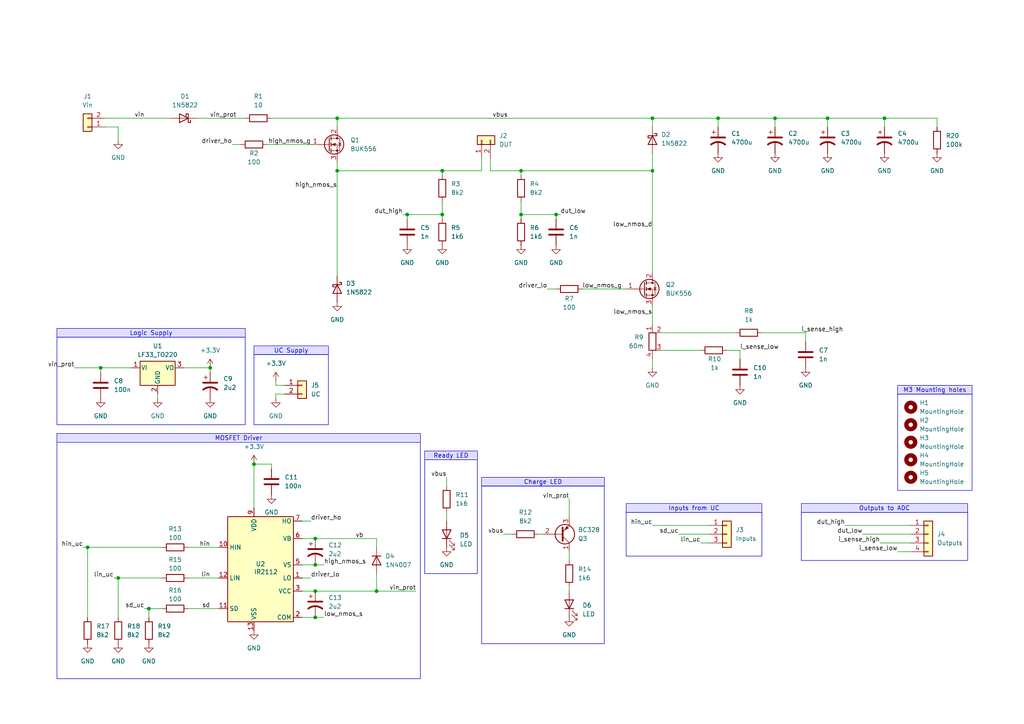
<source format=kicad_sch>
(kicad_sch (version 20250114) (generator "eeschema") (generator_version "9.0")
  (paper "A4")
  (title_block (title "Saturation Meter") (date "2025-12-10") (rev "1.0.0") (comment 2 "For isolation milling"))
  (lib_symbols
    (symbol "Connector_Generic:Conn_01x02" (pin_names (offset 1.016) (hide yes))
      (property "Reference" "J" (at 0 2.54 0))
      (property "Value" "Conn_01x02" (at 0 -5.08 0))
      (symbol "Conn_01x02_1_1"
        (rectangle (start -1.27 1.27) (end 1.27 -3.81) (stroke (width 0.254)) (fill (type background)))
        (rectangle (start -1.27 0.127) (end 0 -0.127) (stroke (width 0.1524)))
        (rectangle (start -1.27 -2.413) (end 0 -2.667) (stroke (width 0.1524)))
        (pin passive line (at -5.08 0 0) (length 3.81) (name "Pin_1") (number "1"))
        (pin passive line (at -5.08 -2.54 0) (length 3.81) (name "Pin_2") (number "2"))
      )
    )
    (symbol "Connector_Generic:Conn_01x03" (pin_names (offset 1.016) (hide yes))
      (property "Reference" "J" (at 0 5.08 0))
      (property "Value" "Conn_01x03" (at 0 -5.08 0))
      (symbol "Conn_01x03_1_1"
        (rectangle (start -1.27 3.81) (end 1.27 -3.81) (stroke (width 0.254)) (fill (type background)))
        (rectangle (start -1.27 2.667) (end 0 2.413) (stroke (width 0.1524)))
        (rectangle (start -1.27 0.127) (end 0 -0.127) (stroke (width 0.1524)))
        (rectangle (start -1.27 -2.413) (end 0 -2.667) (stroke (width 0.1524)))
        (pin passive line (at -5.08 2.54 0) (length 3.81) (name "Pin_1") (number "1"))
        (pin passive line (at -5.08 0 0) (length 3.81) (name "Pin_2") (number "2"))
        (pin passive line (at -5.08 -2.54 0) (length 3.81) (name "Pin_3") (number "3"))
      )
    )
    (symbol "Connector_Generic:Conn_01x04" (pin_names (offset 1.016) (hide yes))
      (property "Reference" "J" (at 0 5.08 0))
      (property "Value" "Conn_01x04" (at 0 -7.62 0))
      (symbol "Conn_01x04_1_1"
        (rectangle (start -1.27 3.81) (end 1.27 -6.35) (stroke (width 0.254)) (fill (type background)))
        (rectangle (start -1.27 2.667) (end 0 2.413) (stroke (width 0.1524)))
        (rectangle (start -1.27 0.127) (end 0 -0.127) (stroke (width 0.1524)))
        (rectangle (start -1.27 -2.413) (end 0 -2.667) (stroke (width 0.1524)))
        (rectangle (start -1.27 -4.953) (end 0 -5.207) (stroke (width 0.1524)))
        (pin passive line (at -5.08 2.54 0) (length 3.81) (name "Pin_1") (number "1"))
        (pin passive line (at -5.08 0 0) (length 3.81) (name "Pin_2") (number "2"))
        (pin passive line (at -5.08 -2.54 0) (length 3.81) (name "Pin_3") (number "3"))
        (pin passive line (at -5.08 -5.08 0) (length 3.81) (name "Pin_4") (number "4"))
      )
    )
    (symbol "Device:C" (pin_numbers (hide yes)) (pin_names (offset 0.254))
      (property "Reference" "C" (at 0.635 2.54 0))
      (property "Value" "C" (at 0.635 -2.54 0))
      (symbol "C_0_1"
        (polyline (pts (xy -2.032 0.762) (xy 2.032 0.762)) (stroke (width 0.508)))
        (polyline (pts (xy -2.032 -0.762) (xy 2.032 -0.762)) (stroke (width 0.508)))
      )
      (symbol "C_1_1"
        (pin passive line (at 0 3.81 270) (length 2.794) (name "~") (number "1"))
        (pin passive line (at 0 -3.81 90) (length 2.794) (name "~") (number "2"))
      )
    )
    (symbol "Device:C_Polarized_US" (pin_numbers (hide yes)) (pin_names (offset 0.254) (hide yes))
      (property "Reference" "C" (at 0.635 2.54 0))
      (property "Value" "C_Polarized_US" (at 0.635 -2.54 0))
      (symbol "C_Polarized_US_0_1"
        (polyline (pts (xy -2.032 0.762) (xy 2.032 0.762)) (stroke (width 0.508)))
        (polyline (pts (xy -1.778 2.286) (xy -0.762 2.286)))
        (polyline (pts (xy -1.27 1.778) (xy -1.27 2.794)))
        (arc (start -2.032 -1.27) (mid 0 -0.5572) (end 2.032 -1.27) (stroke (width 0.508)))
      )
      (symbol "C_Polarized_US_1_1"
        (pin passive line (at 0 3.81 270) (length 2.794) (name "~") (number "1"))
        (pin passive line (at 0 -3.81 90) (length 3.302) (name "~") (number "2"))
      )
    )
    (symbol "Device:LED" (pin_numbers (hide yes)) (pin_names (offset 1.016) (hide yes))
      (property "Reference" "D" (at 0 2.54 0))
      (property "Value" "LED" (at 0 -2.54 0))
      (symbol "LED_0_1"
        (polyline (pts (xy -3.048 -0.762) (xy -4.572 -2.286) (xy -3.81 -2.286) (xy -4.572 -2.286) (xy -4.572 -1.524)))
        (polyline (pts (xy -1.778 -0.762) (xy -3.302 -2.286) (xy -2.54 -2.286) (xy -3.302 -2.286) (xy -3.302 -1.524)))
        (polyline (pts (xy -1.27 0) (xy 1.27 0)))
        (polyline (pts (xy -1.27 -1.27) (xy -1.27 1.27)) (stroke (width 0.254)))
        (polyline (pts (xy 1.27 -1.27) (xy 1.27 1.27) (xy -1.27 0) (xy 1.27 -1.27)) (stroke (width 0.254)))
      )
      (symbol "LED_1_1"
        (pin passive line (at -3.81 0 0) (length 2.54) (name "K") (number "1"))
        (pin passive line (at 3.81 0 180) (length 2.54) (name "A") (number "2"))
      )
    )
    (symbol "Device:R" (pin_numbers (hide yes)) (pin_names (offset 0))
      (property "Reference" "R" (at 2.032 0 90))
      (property "Value" "R" (at 0 0 90))
      (symbol "R_0_1"
        (rectangle (start -1.016 -2.54) (end 1.016 2.54) (stroke (width 0.254)))
      )
      (symbol "R_1_1"
        (pin passive line (at 0 3.81 270) (length 1.27) (name "~") (number "1"))
        (pin passive line (at 0 -3.81 90) (length 1.27) (name "~") (number "2"))
      )
    )
    (symbol "Device:R_Shunt" (pin_names (offset 0) (hide yes))
      (property "Reference" "R" (at -2.032 0 90))
      (property "Value" "R_Shunt" (at 0 0 90))
      (symbol "R_Shunt_0_1"
        (rectangle (start -1.016 -2.54) (end 1.016 2.54) (stroke (width 0.254)))
        (polyline (pts (xy 0 -2.54) (xy 1.27 -2.54)))
        (polyline (pts (xy 1.27 2.54) (xy 0 2.54)))
      )
      (symbol "R_Shunt_1_1"
        (pin passive line (at 0 5.08 270) (length 2.54) (name "~") (number "1"))
        (pin passive line (at 0 -5.08 90) (length 2.54) (name "~") (number "4"))
        (pin passive line (at 2.54 2.54 180) (length 1.27) (name "~") (number "2"))
        (pin passive line (at 2.54 -2.54 180) (length 1.27) (name "~") (number "3"))
      )
    )
    (symbol "Diode:1N4007" (pin_numbers (hide yes)) (pin_names (hide yes))
      (property "Reference" "D" (at 0 2.54 0))
      (property "Value" "1N4007" (at 0 -2.54 0))
      (symbol "1N4007_0_1"
        (polyline (pts (xy -1.27 1.27) (xy -1.27 -1.27)) (stroke (width 0.254)))
        (polyline (pts (xy 1.27 1.27) (xy 1.27 -1.27) (xy -1.27 0) (xy 1.27 1.27)) (stroke (width 0.254)))
        (polyline (pts (xy 1.27 0) (xy -1.27 0)))
      )
      (symbol "1N4007_1_1"
        (pin passive line (at -3.81 0 0) (length 2.54) (name "K") (number "1"))
        (pin passive line (at 3.81 0 180) (length 2.54) (name "A") (number "2"))
      )
    )
    (symbol "Diode:1N5822" (pin_numbers (hide yes)) (pin_names (offset 1.016) (hide yes))
      (property "Reference" "D" (at 0 2.54 0))
      (property "Value" "1N5822" (at 0 -2.54 0))
      (symbol "1N5822_0_1"
        (polyline (pts (xy -1.905 0.635) (xy -1.905 1.27) (xy -1.27 1.27) (xy -1.27 -1.27) (xy -0.635 -1.27) (xy -0.635 -0.635)) (stroke (width 0.254)))
        (polyline (pts (xy 1.27 1.27) (xy 1.27 -1.27) (xy -1.27 0) (xy 1.27 1.27)) (stroke (width 0.254)))
        (polyline (pts (xy 1.27 0) (xy -1.27 0)))
      )
      (symbol "1N5822_1_1"
        (pin passive line (at -3.81 0 0) (length 2.54) (name "K") (number "1"))
        (pin passive line (at 3.81 0 180) (length 2.54) (name "A") (number "2"))
      )
    )
    (symbol "Driver_FET:IR2112"
      (property "Reference" "U2" (at -5.842 1.524 0))
      (property "Value" "IR2112" (at -6.35 -0.762 0))
      (symbol "IR2112_0_1"
        (rectangle (start -13.97 15.24) (end 5.08 -15.24) (stroke (width 0.254)) (fill (type background)))
      )
      (symbol "IR2112_1_1"
        (pin input line (at -16.51 6.35 0) (length 2.54) (name "HIN") (number "10"))
        (pin input line (at -16.51 -2.54 0) (length 2.54) (name "LIN") (number "12"))
        (pin input line (at -16.51 -11.43 0) (length 2.54) (name "SD") (number "11"))
        (pin power_in line (at -6.35 17.78 270) (length 2.54) (name "VDD") (number "9"))
        (pin power_in line (at -6.35 -17.78 90) (length 2.54) (name "VSS") (number "13"))
        (pin no_connect line (at -5.08 7.62 0) (length 2.54) (hide yes) (name "NC") (number "4"))
        (pin no_connect line (at -5.08 5.08 0) (length 2.54) (hide yes) (name "NC") (number "8"))
        (pin no_connect line (at -5.08 2.54 0) (length 2.54) (hide yes) (name "NC") (number "14"))
        (pin output line (at 7.62 13.97 180) (length 2.54) (name "HO") (number "7"))
        (pin passive line (at 7.62 8.89 180) (length 2.54) (name "VB") (number "6"))
        (pin passive line (at 7.62 1.27 180) (length 2.54) (name "VS") (number "5"))
        (pin output line (at 7.62 -2.54 180) (length 2.54) (name "LO") (number "1"))
        (pin power_in line (at 7.62 -6.35 180) (length 2.54) (name "VCC") (number "3"))
        (pin power_in line (at 7.62 -13.97 180) (length 2.54) (name "COM") (number "2"))
      )
    )
    (symbol "Mechanical:MountingHole" (pin_names (offset 1.016)) (in_bom no)
      (property "Reference" "H" (at 0 5.08 0))
      (property "Value" "MountingHole" (at 0 3.175 0))
      (symbol "MountingHole_0_1"
        (circle (center 0 0) (radius 1.27) (stroke (width 1.27)))
      )
    )
    (symbol "Regulator_Linear:LF33_TO220" (pin_names (offset 0.254))
      (property "Reference" "U" (at -3.81 3.175 0))
      (property "Value" "LF33_TO220" (at 0 3.175 0))
      (symbol "LF33_TO220_0_1"
        (rectangle (start -5.08 1.905) (end 5.08 -5.08) (stroke (width 0.254)) (fill (type background)))
      )
      (symbol "LF33_TO220_1_1"
        (pin power_in line (at -7.62 0 0) (length 2.54) (name "VI") (number "1"))
        (pin power_in line (at 0 -7.62 90) (length 2.54) (name "GND") (number "2"))
        (pin power_out line (at 7.62 0 180) (length 2.54) (name "VO") (number "3"))
      )
    )
    (symbol "Transistor_BJT:BC328" (pin_names (offset 0) (hide yes))
      (property "Reference" "Q" (at 5.08 1.905 0))
      (property "Value" "BC328" (at 5.08 0 0))
      (symbol "BC328_0_1"
        (polyline (pts (xy -2.54 0) (xy 0.635 0)))
        (polyline (pts (xy 0.635 1.905) (xy 0.635 -1.905)) (stroke (width 0.508)))
        (polyline (pts (xy 0.635 0.635) (xy 2.54 2.54)))
        (polyline (pts (xy 0.635 -0.635) (xy 2.54 -2.54)))
        (circle (center 1.27 0) (radius 2.8194) (stroke (width 0.254)))
        (polyline (pts (xy 2.286 -1.778) (xy 1.778 -2.286) (xy 1.27 -1.27) (xy 2.286 -1.778)) (fill (type outline)))
      )
      (symbol "BC328_1_1"
        (pin input line (at -5.08 0 0) (length 2.54) (name "B") (number "2"))
        (pin passive line (at 2.54 5.08 270) (length 2.54) (name "C") (number "1"))
        (pin passive line (at 2.54 -5.08 90) (length 2.54) (name "E") (number "3"))
      )
    )
    (symbol "Transistor_FET:Q_NMOS_GDS" (pin_names (offset 0) (hide yes))
      (property "Reference" "Q" (at 5.08 1.905 0))
      (property "Value" "Q_NMOS_GDS" (at 5.08 0 0))
      (symbol "Q_NMOS_GDS_0_1"
        (polyline (pts (xy 0.254 1.905) (xy 0.254 -1.905)) (stroke (width 0.254)))
        (polyline (pts (xy 0.254 0) (xy -2.54 0)))
        (polyline (pts (xy 0.762 2.286) (xy 0.762 1.27)) (stroke (width 0.254)))
        (polyline (pts (xy 0.762 0.508) (xy 0.762 -0.508)) (stroke (width 0.254)))
        (polyline (pts (xy 0.762 -1.27) (xy 0.762 -2.286)) (stroke (width 0.254)))
        (polyline (pts (xy 0.762 -1.778) (xy 3.302 -1.778) (xy 3.302 1.778) (xy 0.762 1.778)))
        (polyline (pts (xy 1.016 0) (xy 2.032 0.381) (xy 2.032 -0.381) (xy 1.016 0)) (fill (type outline)))
        (circle (center 1.651 0) (radius 2.794) (stroke (width 0.254)))
        (polyline (pts (xy 2.54 2.54) (xy 2.54 1.778)))
        (circle (center 2.54 1.778) (radius 0.254) (fill (type outline)))
        (circle (center 2.54 -1.778) (radius 0.254) (fill (type outline)))
        (polyline (pts (xy 2.54 -2.54) (xy 2.54 0) (xy 0.762 0)))
        (polyline (pts (xy 2.921 0.381) (xy 3.683 0.381)))
        (polyline (pts (xy 3.302 0.381) (xy 2.921 -0.254) (xy 3.683 -0.254) (xy 3.302 0.381)))
      )
      (symbol "Q_NMOS_GDS_1_1"
        (pin input line (at -5.08 0 0) (length 2.54) (name "G") (number "1"))
        (pin passive line (at 2.54 5.08 270) (length 2.54) (name "D") (number "2"))
        (pin passive line (at 2.54 -5.08 90) (length 2.54) (name "S") (number "3"))
      )
    )
    (symbol "power:+3.3V" (power) (pin_numbers (hide yes)) (pin_names (offset 0) (hide yes))
      (property "Value" "+3.3V" (at 0 3.556 0))
      (symbol "+3.3V_0_1"
        (polyline (pts (xy -0.762 1.27) (xy 0 2.54)))
        (polyline (pts (xy 0 2.54) (xy 0.762 1.27)))
        (polyline (pts (xy 0 0) (xy 0 2.54)))
      )
      (symbol "+3.3V_1_1"
        (pin power_in line (at 0 0 90) (length 0) (name "~") (number "1"))
      )
    )
    (symbol "power:GND" (power) (pin_numbers (hide yes)) (pin_names (offset 0) (hide yes))
      (property "Value" "GND" (at 0 -3.81 0))
      (symbol "GND_0_1"
        (polyline (pts (xy 0 0) (xy 0 -1.27) (xy 1.27 -1.27) (xy 0 -2.54) (xy -1.27 -1.27) (xy 0 -1.27)))
      )
      (symbol "GND_1_1"
        (pin power_in line (at 0 0 270) (length 0) (name "~") (number "1"))
      )
    )
  )
  (rectangle (start 123.19 133.35) (end 138.43 166.37))
  (rectangle (start 16.51 97.79) (end 71.12 123.19))
  (rectangle (start 73.66 102.87) (end 95.25 123.19))
  (rectangle (start 139.7 140.97) (end 175.26 186.69))
  (rectangle (start 260.35 114.3) (end 281.94 142.24))
  (rectangle (start 232.41 148.59) (end 280.67 162.56))
  (rectangle (start 181.61 148.59) (end 220.98 161.29))
  (rectangle (start 16.51 128.27) (end 121.92 196.85))
  (text_box "Ready LED" (at 123.19 130.81 0) (size 15.24 2.54) (margins 0.9525 0.9525 0.9525 0.9525) (fill (type color) (color 225 222 255 1)) (effects (font (size 1.27 1.27))))
  (text_box "UC Supply" (at 73.66 100.33 0) (size 21.59 2.54) (margins 0.9525 0.9525 0.9525 0.9525) (fill (type color) (color 225 222 255 1)) (effects (font (size 1.27 1.27))))
  (text_box "M3 Mounting holes" (at 260.35 111.76 0) (size 21.59 2.54) (margins 0.9525 0.9525 0.9525 0.9525) (fill (type color) (color 225 222 255 1)) (effects (font (size 1.27 1.27))))
  (text_box "Charge LED" (at 139.7 138.43 0) (size 35.56 2.54) (margins 0.9525 0.9525 0.9525 0.9525) (fill (type color) (color 225 222 255 1)) (effects (font (size 1.27 1.27))))
  (text_box "Logic Supply" (at 16.51 95.25 0) (size 54.61 2.54) (margins 0.9525 0.9525 0.9525 0.9525) (fill (type color) (color 225 222 255 1)) (effects (font (size 1.27 1.27))))
  (text_box "Inputs from UC" (at 181.61 146.05 0) (size 39.37 2.54) (margins 0.9525 0.9525 0.9525 0.9525) (fill (type color) (color 225 222 255 1)) (effects (font (size 1.27 1.27))))
  (text_box "Outputs to ADC" (at 232.41 146.05 0) (size 48.26 2.54) (margins 0.9525 0.9525 0.9525 0.9525) (fill (type color) (color 225 222 255 1)) (effects (font (size 1.27 1.27))))
  (text_box "MOSFET Driver" (at 16.51 125.73 0) (size 105.41 2.54) (margins 0.9525 0.9525 0.9525 0.9525) (fill (type color) (color 225 222 255 1)) (effects (font (size 1.27 1.27))))
  (junction (at 128.27 49.53))
  (junction (at 29.21 106.68))
  (junction (at 128.27 62.23))
  (junction (at 161.29 62.23))
  (junction (at 189.23 49.53))
  (junction (at 91.44 156.21))
  (junction (at 240.03 34.29))
  (junction (at 91.44 163.83))
  (junction (at 97.79 49.53))
  (junction (at 256.54 34.29))
  (junction (at 60.96 106.68))
  (junction (at 25.4 158.75))
  (junction (at 151.13 49.53))
  (junction (at 151.13 62.23))
  (junction (at 91.44 171.45))
  (junction (at 73.66 134.62))
  (junction (at 43.18 176.53))
  (junction (at 118.11 62.23))
  (junction (at 91.44 179.07))
  (junction (at 97.79 34.29))
  (junction (at 34.29 167.64))
  (junction (at 208.28 34.29))
  (junction (at 109.22 171.45))
  (junction (at 189.23 34.29))
  (junction (at 224.79 34.29))
  (wire (pts (xy 80.01 114.3) (xy 82.55 114.3)))
  (wire (pts (xy 151.13 62.23) (xy 161.29 62.23)))
  (wire (pts (xy 250.19 154.94) (xy 264.16 154.94)))
  (wire (pts (xy 165.1 144.78) (xy 165.1 149.86)))
  (wire (pts (xy 208.28 34.29) (xy 189.23 34.29)))
  (wire (pts (xy 128.27 49.53) (xy 128.27 50.8)))
  (wire (pts (xy 73.66 134.62) (xy 73.66 147.32)))
  (wire (pts (xy 118.11 63.5) (xy 118.11 62.23)))
  (wire (pts (xy 191.77 101.6) (xy 203.2 101.6)))
  (wire (pts (xy 87.63 151.13) (xy 90.17 151.13)))
  (wire (pts (xy 97.79 46.99) (xy 97.79 49.53)))
  (wire (pts (xy 165.1 160.02) (xy 165.1 162.56)))
  (wire (pts (xy 78.74 134.62) (xy 73.66 134.62)))
  (wire (pts (xy 139.7 45.72) (xy 139.7 49.53)))
  (wire (pts (xy 203.2 157.48) (xy 205.74 157.48)))
  (wire (pts (xy 109.22 171.45) (xy 120.65 171.45)))
  (wire (pts (xy 189.23 44.45) (xy 189.23 49.53)))
  (wire (pts (xy 240.03 36.83) (xy 240.03 34.29)))
  (wire (pts (xy 208.28 36.83) (xy 208.28 34.29)))
  (wire (pts (xy 97.79 34.29) (xy 189.23 34.29)))
  (wire (pts (xy 87.63 179.07) (xy 91.44 179.07)))
  (wire (pts (xy 43.18 176.53) (xy 46.99 176.53)))
  (wire (pts (xy 80.01 111.76) (xy 82.55 111.76)))
  (wire (pts (xy 245.11 152.4) (xy 264.16 152.4)))
  (wire (pts (xy 53.34 106.68) (xy 60.96 106.68)))
  (wire (pts (xy 80.01 115.57) (xy 80.01 114.3)))
  (wire (pts (xy 128.27 49.53) (xy 139.7 49.53)))
  (wire (pts (xy 87.63 167.64) (xy 90.17 167.64)))
  (wire (pts (xy 77.47 41.91) (xy 90.17 41.91)))
  (wire (pts (xy 116.84 62.23) (xy 118.11 62.23)))
  (wire (pts (xy 189.23 104.14) (xy 189.23 106.68)))
  (wire (pts (xy 214.63 101.6) (xy 210.82 101.6)))
  (wire (pts (xy 87.63 163.83) (xy 91.44 163.83)))
  (wire (pts (xy 189.23 49.53) (xy 189.23 78.74)))
  (wire (pts (xy 189.23 152.4) (xy 205.74 152.4)))
  (wire (pts (xy 80.01 110.49) (xy 80.01 111.76)))
  (wire (pts (xy 67.31 41.91) (xy 69.85 41.91)))
  (wire (pts (xy 151.13 58.42) (xy 151.13 62.23)))
  (wire (pts (xy 129.54 148.59) (xy 129.54 151.13)))
  (wire (pts (xy 151.13 49.53) (xy 189.23 49.53)))
  (wire (pts (xy 24.13 158.75) (xy 25.4 158.75)))
  (wire (pts (xy 196.85 154.94) (xy 205.74 154.94)))
  (wire (pts (xy 271.78 34.29) (xy 256.54 34.29)))
  (wire (pts (xy 87.63 156.21) (xy 91.44 156.21)))
  (wire (pts (xy 41.91 176.53) (xy 43.18 176.53)))
  (wire (pts (xy 151.13 49.53) (xy 151.13 50.8)))
  (wire (pts (xy 54.61 176.53) (xy 63.5 176.53)))
  (wire (pts (xy 161.29 62.23) (xy 162.56 62.23)))
  (wire (pts (xy 255.27 157.48) (xy 264.16 157.48)))
  (wire (pts (xy 54.61 158.75) (xy 63.5 158.75)))
  (wire (pts (xy 33.02 167.64) (xy 34.29 167.64)))
  (wire (pts (xy 189.23 34.29) (xy 189.23 36.83)))
  (wire (pts (xy 38.1 106.68) (xy 29.21 106.68)))
  (wire (pts (xy 151.13 62.23) (xy 151.13 63.5)))
  (wire (pts (xy 165.1 170.18) (xy 165.1 171.45)))
  (wire (pts (xy 260.35 160.02) (xy 264.16 160.02)))
  (wire (pts (xy 25.4 158.75) (xy 46.99 158.75)))
  (wire (pts (xy 208.28 34.29) (xy 224.79 34.29)))
  (wire (pts (xy 161.29 63.5) (xy 161.29 62.23)))
  (wire (pts (xy 142.24 45.72) (xy 142.24 49.53)))
  (wire (pts (xy 109.22 166.37) (xy 109.22 171.45)))
  (wire (pts (xy 43.18 176.53) (xy 43.18 179.07)))
  (wire (pts (xy 142.24 49.53) (xy 151.13 49.53)))
  (wire (pts (xy 118.11 62.23) (xy 128.27 62.23)))
  (wire (pts (xy 214.63 104.14) (xy 214.63 101.6)))
  (wire (pts (xy 191.77 96.52) (xy 213.36 96.52)))
  (wire (pts (xy 128.27 58.42) (xy 128.27 62.23)))
  (wire (pts (xy 146.05 154.94) (xy 148.59 154.94)))
  (wire (pts (xy 156.21 154.94) (xy 157.48 154.94)))
  (wire (pts (xy 271.78 36.83) (xy 271.78 34.29)))
  (wire (pts (xy 158.75 83.82) (xy 161.29 83.82)))
  (wire (pts (xy 45.72 114.3) (xy 45.72 115.57)))
  (wire (pts (xy 256.54 34.29) (xy 240.03 34.29)))
  (wire (pts (xy 240.03 34.29) (xy 224.79 34.29)))
  (wire (pts (xy 54.61 167.64) (xy 63.5 167.64)))
  (wire (pts (xy 78.74 135.89) (xy 78.74 134.62)))
  (wire (pts (xy 220.98 96.52) (xy 233.68 96.52)))
  (wire (pts (xy 224.79 36.83) (xy 224.79 34.29)))
  (wire (pts (xy 256.54 36.83) (xy 256.54 34.29)))
  (wire (pts (xy 87.63 171.45) (xy 91.44 171.45)))
  (wire (pts (xy 78.74 34.29) (xy 97.79 34.29)))
  (wire (pts (xy 30.48 34.29) (xy 49.53 34.29)))
  (wire (pts (xy 21.59 106.68) (xy 29.21 106.68)))
  (wire (pts (xy 189.23 88.9) (xy 189.23 93.98)))
  (wire (pts (xy 97.79 49.53) (xy 97.79 80.01)))
  (wire (pts (xy 109.22 158.75) (xy 109.22 156.21)))
  (wire (pts (xy 97.79 36.83) (xy 97.79 34.29)))
  (wire (pts (xy 168.91 83.82) (xy 181.61 83.82)))
  (wire (pts (xy 91.44 179.07) (xy 93.98 179.07)))
  (wire (pts (xy 97.79 49.53) (xy 128.27 49.53)))
  (wire (pts (xy 233.68 96.52) (xy 233.68 99.06)))
  (wire (pts (xy 129.54 138.43) (xy 129.54 140.97)))
  (wire (pts (xy 29.21 106.68) (xy 29.21 107.95)))
  (wire (pts (xy 34.29 167.64) (xy 34.29 179.07)))
  (wire (pts (xy 34.29 167.64) (xy 46.99 167.64)))
  (wire (pts (xy 91.44 156.21) (xy 109.22 156.21)))
  (wire (pts (xy 57.15 34.29) (xy 71.12 34.29)))
  (wire (pts (xy 91.44 171.45) (xy 109.22 171.45)))
  (wire (pts (xy 25.4 158.75) (xy 25.4 179.07)))
  (wire (pts (xy 30.48 36.83) (xy 34.29 36.83)))
  (wire (pts (xy 128.27 62.23) (xy 128.27 63.5)))
  (wire (pts (xy 34.29 36.83) (xy 34.29 40.64)))
  (wire (pts (xy 91.44 163.83) (xy 93.98 163.83)))
  (wire (pts (xy 60.96 107.95) (xy 60.96 106.68)))
  (label "hin" (at 60.96 158.75 180))
  (label "driver_ho" (at 67.31 41.91 180))
  (label "vbus" (at 129.54 138.43 180))
  (label "low_nmos_s" (at 93.98 179.07 0))
  (label "vin_prot" (at 68.58 34.29 180))
  (label "i_sense_high" (at 232.41 96.52 0))
  (label "sd_uc" (at 196.85 154.94 180))
  (label "i_sense_low" (at 214.63 101.6 0))
  (label "high_nmos_g" (at 90.17 41.91 180))
  (label "lin" (at 60.96 167.64 180))
  (label "driver_lo" (at 90.17 167.64 0))
  (label "dut_high" (at 116.84 62.23 180))
  (label "dut_low" (at 250.19 154.94 180))
  (label "lin_uc" (at 33.02 167.64 180))
  (label "high_nmos_s" (at 93.98 163.83 0))
  (label "driver_ho" (at 90.17 151.13 0))
  (label "sd" (at 60.96 176.53 180))
  (label "vin_prot" (at 21.59 106.68 180))
  (label "vin_prot" (at 165.1 144.78 180))
  (label "low_nmos_d" (at 189.23 66.04 180))
  (label "dut_high" (at 245.11 152.4 180))
  (label "vin" (at 41.91 34.29 180))
  (label "vin_prot" (at 120.65 171.45 180))
  (label "vbus" (at 147.32 34.29 180))
  (label "i_sense_high" (at 255.27 157.48 180))
  (label "high_nmos_s" (at 97.79 54.61 180))
  (label "hin_uc" (at 189.23 152.4 180))
  (label "hin_uc" (at 24.13 158.75 180))
  (label "driver_lo" (at 158.75 83.82 180))
  (label "dut_low" (at 162.56 62.23 0))
  (label "vb" (at 105.41 156.21 180))
  (label "lin_uc" (at 203.2 157.48 180))
  (label "low_nmos_s" (at 189.23 91.44 180))
  (label "vbus" (at 146.05 154.94 180))
  (label "sd_uc" (at 41.91 176.53 180))
  (label "low_nmos_g" (at 168.91 83.82 0))
  (label "i_sense_low" (at 260.35 160.02 180))
  (symbol (lib_id "power:+3.3V") (at 80.01 110.49 0) (unit 1)
    (property "Reference" "#PWR026" (effects (hide yes)))
    (property "Value" "+3.3V" (at 80.01 105.41 0))
    (property "Description" "Power symbol creates a global label with name \"+3.3V\"" (effects (hide yes)))
  )
  (symbol (lib_id "Regulator_Linear:LF33_TO220") (at 45.72 106.68 0) (unit 1)
    (property "Reference" "U1" (at 45.72 100.33 0))
    (property "Value" "LF33_TO220" (at 45.72 102.87 0))
    (property "Footprint" "Package_TO_SOT_THT:TO-220-3_Vertical" (effects (hide yes)))
    (property "Datasheet" "http://www.st.com/content/ccc/resource/technical/document/datasheet/c4/0e/7e/2a/be/bc/4c/bd/CD00000546.pdf/files/CD00000546.pdf/jcr:content/translations/en.CD00000546.pdf" (effects (hide yes)))
    (property "Description" "Low-drop Voltage Regulator, Io up to 500mA, Fixed Vo 3.3V, TO-220" (effects (hide yes)))
  )
  (symbol (lib_id "power:GND") (at 271.78 44.45 0) (unit 1)
    (property "Reference" "#PWR028" (effects (hide yes)))
    (property "Value" "GND" (at 271.78 49.53 0))
    (property "Description" "Power symbol creates a global label with name \"GND\" , ground" (effects (hide yes)))
  )
  (symbol (lib_id "power:GND") (at 256.54 44.45 0) (unit 1)
    (property "Reference" "#PWR05" (effects (hide yes)))
    (property "Value" "GND" (at 256.54 49.53 0))
    (property "Description" "Power symbol creates a global label with name \"GND\" , ground" (effects (hide yes)))
  )
  (symbol (lib_id "Device:R") (at 152.4 154.94 270) (unit 1)
    (property "Reference" "R12" (at 152.4 148.59 90))
    (property "Value" "8k2" (at 152.4 151.13 90))
    (property "Footprint" "Resistor_THT:R_Axial_DIN0207_L6.3mm_D2.5mm_P10.16mm_Horizontal" (effects (hide yes)))
    (property "Description" "Resistor" (effects (hide yes)))
  )
  (symbol (lib_id "power:GND") (at 25.4 186.69 0) (unit 1)
    (property "Reference" "#PWR023" (effects (hide yes)))
    (property "Value" "GND" (at 25.4 191.77 0))
    (property "Description" "Power symbol creates a global label with name \"GND\" , ground" (effects (hide yes)))
  )
  (symbol (lib_id "Device:R") (at 73.66 41.91 90) (unit 1)
    (property "Reference" "R2" (at 73.66 44.45 90))
    (property "Value" "100" (at 73.66 46.99 90))
    (property "Footprint" "Resistor_THT:R_Axial_DIN0207_L6.3mm_D2.5mm_P10.16mm_Horizontal" (effects (hide yes)))
    (property "Description" "Resistor" (effects (hide yes)))
  )
  (symbol (lib_id "power:GND") (at 43.18 186.69 0) (unit 1)
    (property "Reference" "#PWR025" (effects (hide yes)))
    (property "Value" "GND" (at 43.18 191.77 0))
    (property "Description" "Power symbol creates a global label with name \"GND\" , ground" (effects (hide yes)))
  )
  (symbol (lib_id "Device:C") (at 118.11 67.31 0) (unit 1)
    (property "Reference" "C5" (at 121.92 66.0399 0) (effects (justify left)))
    (property "Value" "1n" (at 121.92 68.5799 0) (effects (justify left)))
    (property "Footprint" "Capacitor_THT:C_Disc_D6.0mm_W2.5mm_P5.00mm" (effects (hide yes)))
    (property "Description" "Unpolarized capacitor" (effects (hide yes)))
  )
  (symbol (lib_id "power:GND") (at 233.68 106.68 0) (unit 1)
    (property "Reference" "#PWR012" (effects (hide yes)))
    (property "Value" "GND" (at 233.68 111.76 0))
    (property "Description" "Power symbol creates a global label with name \"GND\" , ground" (effects (hide yes)))
  )
  (symbol (lib_id "Device:R") (at 271.78 40.64 180) (unit 1)
    (property "Reference" "R20" (at 274.32 39.3699 0) (effects (justify right)))
    (property "Value" "100k" (at 274.32 41.9099 0) (effects (justify right)))
    (property "Footprint" "Resistor_THT:R_Axial_DIN0207_L6.3mm_D2.5mm_P10.16mm_Horizontal" (effects (hide yes)))
    (property "Description" "Resistor" (effects (hide yes)))
  )
  (symbol (lib_id "Device:R") (at 151.13 67.31 180) (unit 1)
    (property "Reference" "R6" (at 153.67 66.0399 0) (effects (justify right)))
    (property "Value" "1k6" (at 153.67 68.5799 0) (effects (justify right)))
    (property "Footprint" "Resistor_THT:R_Axial_DIN0207_L6.3mm_D2.5mm_P10.16mm_Horizontal" (effects (hide yes)))
    (property "Description" "Resistor" (effects (hide yes)))
  )
  (symbol (lib_id "Device:R") (at 217.17 96.52 270) (unit 1)
    (property "Reference" "R8" (at 217.17 90.17 90))
    (property "Value" "1k" (at 217.17 92.71 90))
    (property "Footprint" "Resistor_THT:R_Axial_DIN0207_L6.3mm_D2.5mm_P10.16mm_Horizontal" (effects (hide yes)))
    (property "Description" "Resistor" (effects (hide yes)))
  )
  (symbol (lib_id "Device:C") (at 29.21 111.76 0) (unit 1)
    (property "Reference" "C8" (at 33.02 110.4899 0) (effects (justify left)))
    (property "Value" "100n" (at 33.02 113.0299 0) (effects (justify left)))
    (property "Footprint" "Capacitor_THT:C_Disc_D6.0mm_W2.5mm_P5.00mm" (effects (hide yes)))
    (property "Description" "Unpolarized capacitor" (effects (hide yes)))
  )
  (symbol (lib_id "power:GND") (at 224.79 44.45 0) (unit 1)
    (property "Reference" "#PWR03" (effects (hide yes)))
    (property "Value" "GND" (at 224.79 49.53 0))
    (property "Description" "Power symbol creates a global label with name \"GND\" , ground" (effects (hide yes)))
  )
  (symbol (lib_id "power:GND") (at 208.28 44.45 0) (unit 1)
    (property "Reference" "#PWR02" (effects (hide yes)))
    (property "Value" "GND" (at 208.28 49.53 0))
    (property "Description" "Power symbol creates a global label with name \"GND\" , ground" (effects (hide yes)))
  )
  (symbol (lib_id "Device:C") (at 214.63 107.95 0) (unit 1)
    (property "Reference" "C10" (at 218.44 106.6799 0) (effects (justify left)))
    (property "Value" "1n" (at 218.44 109.2199 0) (effects (justify left)))
    (property "Footprint" "Capacitor_THT:C_Disc_D6.0mm_W2.5mm_P5.00mm" (effects (hide yes)))
    (property "Description" "Unpolarized capacitor" (effects (hide yes)))
  )
  (symbol (lib_id "Device:R") (at 165.1 166.37 180) (unit 1)
    (property "Reference" "R14" (at 167.64 165.0999 0) (effects (justify right)))
    (property "Value" "1k6" (at 167.64 167.6399 0) (effects (justify right)))
    (property "Footprint" "Resistor_THT:R_Axial_DIN0207_L6.3mm_D2.5mm_P10.16mm_Horizontal" (effects (hide yes)))
    (property "Description" "Resistor" (effects (hide yes)))
  )
  (symbol (lib_id "Device:R") (at 50.8 176.53 90) (unit 1)
    (property "Reference" "R16" (at 50.8 171.196 90))
    (property "Value" "100" (at 50.8 173.736 90))
    (property "Footprint" "Resistor_THT:R_Axial_DIN0207_L6.3mm_D2.5mm_P10.16mm_Horizontal" (effects (hide yes)))
    (property "Description" "Resistor" (effects (hide yes)))
  )
  (symbol (lib_id "power:GND") (at 240.03 44.45 0) (unit 1)
    (property "Reference" "#PWR04" (effects (hide yes)))
    (property "Value" "GND" (at 240.03 49.53 0))
    (property "Description" "Power symbol creates a global label with name \"GND\" , ground" (effects (hide yes)))
  )
  (symbol (lib_id "Diode:1N5822") (at 53.34 34.29 180) (unit 1)
    (property "Reference" "D1" (at 53.6575 27.94 0))
    (property "Value" "1N5822" (at 53.6575 30.48 0))
    (property "Footprint" "Diode_THT:D_DO-201AD_P15.24mm_Horizontal" (effects (hide yes)))
    (property "Datasheet" "http://www.vishay.com/docs/88526/1n5820.pdf" (effects (hide yes)))
    (property "Description" "40V 3A Schottky Barrier Rectifier Diode, DO-201AD" (effects (hide yes)))
  )
  (symbol (lib_id "power:GND") (at 73.66 182.88 0) (unit 1)
    (property "Reference" "#PWR022" (effects (hide yes)))
    (property "Value" "GND" (at 73.66 187.96 0))
    (property "Description" "Power symbol creates a global label with name \"GND\" , ground" (effects (hide yes)))
  )
  (symbol (lib_id "power:+3.3V") (at 60.96 106.68 0) (unit 1)
    (property "Reference" "#PWR011" (effects (hide yes)))
    (property "Value" "+3.3V" (at 60.96 101.6 0))
    (property "Description" "Power symbol creates a global label with name \"+3.3V\"" (effects (hide yes)))
  )
  (symbol (lib_id "Device:R") (at 34.29 182.88 180) (unit 1)
    (property "Reference" "R18" (at 36.83 181.6099 0) (effects (justify right)))
    (property "Value" "8k2" (at 36.83 184.1499 0) (effects (justify right)))
    (property "Footprint" "Resistor_THT:R_Axial_DIN0207_L6.3mm_D2.5mm_P10.16mm_Horizontal" (effects (hide yes)))
    (property "Description" "Resistor" (effects (hide yes)))
  )
  (symbol (lib_id "power:GND") (at 165.1 179.07 0) (unit 1)
    (property "Reference" "#PWR021" (effects (hide yes)))
    (property "Value" "GND" (at 165.1 184.15 0))
    (property "Description" "Power symbol creates a global label with name \"GND\" , ground" (effects (hide yes)))
  )
  (symbol (lib_id "Device:C_Polarized_US") (at 224.79 40.64 0) (unit 1)
    (property "Reference" "C2" (at 228.6 38.7349 0) (effects (justify left)))
    (property "Value" "4700u" (at 228.6 41.2749 0) (effects (justify left)))
    (property "Footprint" "Capacitor_THT:CP_Radial_D30.0mm_P10.00mm_SnapIn" (effects (hide yes)))
    (property "Description" "Polarized capacitor, US symbol" (effects (hide yes)))
  )
  (symbol (lib_id "Transistor_FET:Q_NMOS_GDS") (at 186.69 83.82 0) (unit 1)
    (property "Reference" "Q2" (at 193.04 82.5499 0) (effects (justify left)))
    (property "Value" "BUK556" (at 193.04 85.0899 0) (effects (justify left)))
    (property "Footprint" "Package_TO_SOT_THT:TO-220-3_Vertical" (effects (hide yes)))
    (property "Description" "N-MOSFET transistor, gate/drain/source" (effects (hide yes)))
  )
  (symbol (lib_id "Mechanical:MountingHole") (at 264.16 133.35 0) (unit 1) (in_bom no)
    (property "Reference" "H4" (at 266.7 132.0799 0) (effects (justify left)))
    (property "Value" "MountingHole" (at 266.7 134.6199 0) (effects (justify left)))
    (property "Footprint" "MountingHole:MountingHole_3.2mm_M3_DIN965" (effects (hide yes)))
    (property "Description" "Mounting Hole without connection" (effects (hide yes)))
  )
  (symbol (lib_id "Device:R") (at 128.27 67.31 180) (unit 1)
    (property "Reference" "R5" (at 130.81 66.0399 0) (effects (justify right)))
    (property "Value" "1k6" (at 130.81 68.5799 0) (effects (justify right)))
    (property "Footprint" "Resistor_THT:R_Axial_DIN0207_L6.3mm_D2.5mm_P10.16mm_Horizontal" (effects (hide yes)))
    (property "Description" "Resistor" (effects (hide yes)))
  )
  (symbol (lib_id "power:GND") (at 97.79 87.63 0) (unit 1)
    (property "Reference" "#PWR010" (effects (hide yes)))
    (property "Value" "GND" (at 97.79 92.71 0))
    (property "Description" "Power symbol creates a global label with name \"GND\" , ground" (effects (hide yes)))
  )
  (symbol (lib_id "Device:R") (at 50.8 167.64 90) (unit 1)
    (property "Reference" "R15" (at 50.8 162.306 90))
    (property "Value" "100" (at 50.8 164.846 90))
    (property "Footprint" "Resistor_THT:R_Axial_DIN0207_L6.3mm_D2.5mm_P10.16mm_Horizontal" (effects (hide yes)))
    (property "Description" "Resistor" (effects (hide yes)))
  )
  (symbol (lib_id "Mechanical:MountingHole") (at 264.16 138.43 0) (unit 1) (in_bom no)
    (property "Reference" "H5" (at 266.7 137.1599 0) (effects (justify left)))
    (property "Value" "MountingHole" (at 266.7 139.6999 0) (effects (justify left)))
    (property "Footprint" "MountingHole:MountingHole_3.2mm_M3_DIN965" (effects (hide yes)))
    (property "Description" "Mounting Hole without connection" (effects (hide yes)))
  )
  (symbol (lib_id "Device:R") (at 165.1 83.82 90) (unit 1)
    (property "Reference" "R7" (at 165.1 86.614 90))
    (property "Value" "100" (at 165.1 89.154 90))
    (property "Footprint" "Resistor_THT:R_Axial_DIN0207_L6.3mm_D2.5mm_P10.16mm_Horizontal" (effects (hide yes)))
    (property "Description" "Resistor" (effects (hide yes)))
  )
  (symbol (lib_id "Device:R_Shunt") (at 189.23 99.06 0) (unit 1)
    (property "Reference" "R9" (at 186.69 97.7899 0) (effects (justify right)))
    (property "Value" "60m" (at 186.69 100.3299 0) (effects (justify right)))
    (property "Footprint" "shunt:R_Shunt_kelvin_60mohm" (effects (hide yes)))
    (property "Description" "Shunt resistor with Kelvin connections" (effects (hide yes)))
  )
  (symbol (lib_id "Device:R") (at 50.8 158.75 90) (unit 1)
    (property "Reference" "R13" (at 50.8 153.416 90))
    (property "Value" "100" (at 50.8 155.956 90))
    (property "Footprint" "Resistor_THT:R_Axial_DIN0207_L6.3mm_D2.5mm_P10.16mm_Horizontal" (effects (hide yes)))
    (property "Description" "Resistor" (effects (hide yes)))
  )
  (symbol (lib_id "Driver_FET:IR2112") (at 80.01 165.1 0) (unit 1)
    (property "Reference" "U2" (at 74.168 163.576 0) (effects (justify left)))
    (property "Value" "IR2112" (at 73.66 165.862 0) (effects (justify left)))
    (property "Footprint" "Package_DIP:DIP-14_W7.62mm" (effects (hide yes)))
    (property "Datasheet" "https://www.infineon.com/dgdl/ir2112.pdf?fileId=5546d462533600a4015355c81cb71685" (effects (hide yes)))
    (property "Description" "High and Low Side Driver, 600V, 250/500mA, PDIP-14" (effects (hide yes)))
  )
  (symbol (lib_id "power:GND") (at 34.29 186.69 0) (unit 1)
    (property "Reference" "#PWR024" (effects (hide yes)))
    (property "Value" "GND" (at 34.29 191.77 0))
    (property "Description" "Power symbol creates a global label with name \"GND\" , ground" (effects (hide yes)))
  )
  (symbol (lib_id "power:GND") (at 78.74 143.51 0) (unit 1)
    (property "Reference" "#PWR019" (effects (hide yes)))
    (property "Value" "GND" (at 78.74 148.59 0))
    (property "Description" "Power symbol creates a global label with name \"GND\" , ground" (effects (hide yes)))
  )
  (symbol (lib_id "Device:R") (at 151.13 54.61 180) (unit 1)
    (property "Reference" "R4" (at 153.67 53.3399 0) (effects (justify right)))
    (property "Value" "8k2" (at 153.67 55.8799 0) (effects (justify right)))
    (property "Footprint" "Resistor_THT:R_Axial_DIN0207_L6.3mm_D2.5mm_P10.16mm_Horizontal" (effects (hide yes)))
    (property "Description" "Resistor" (effects (hide yes)))
  )
  (symbol (lib_id "Mechanical:MountingHole") (at 264.16 123.19 0) (unit 1) (in_bom no)
    (property "Reference" "H2" (at 266.7 121.9199 0) (effects (justify left)))
    (property "Value" "MountingHole" (at 266.7 124.4599 0) (effects (justify left)))
    (property "Footprint" "MountingHole:MountingHole_3.2mm_M3_DIN965" (effects (hide yes)))
    (property "Description" "Mounting Hole without connection" (effects (hide yes)))
  )
  (symbol (lib_id "Connector_Generic:Conn_01x02") (at 139.7 40.64 90) (unit 1)
    (property "Reference" "J2" (at 144.78 39.3699 90) (effects (justify right)))
    (property "Value" "DUT" (at 144.78 41.9099 90) (effects (justify right)))
    (property "Footprint" "Connector:Banana_Jack_2Pin" (effects (hide yes)))
    (property "Description" "Generic connector, single row, 01x02, script generated (kicad-library-utils/schlib/autogen/connector/)" (effects (hide yes)))
  )
  (symbol (lib_id "Transistor_BJT:BC328") (at 162.56 154.94 0) (mirror x) (unit 1)
    (property "Reference" "Q3" (at 167.64 156.2101 0) (effects (justify left)))
    (property "Value" "BC328" (at 167.64 153.6701 0) (effects (justify left)))
    (property "Footprint" "Package_TO_SOT_THT:TO-92_Inline" (effects (hide yes)))
    (property "Datasheet" "http://www.redrok.com/PNP_BC327_-45V_-800mA_0.625W_Hfe100_TO-92.pdf" (effects (hide yes)))
    (property "Description" "0.8A Ic, 25V Vce, PNP Transistor, TO-92" (effects (hide yes)))
  )
  (symbol (lib_id "Diode:1N5822") (at 189.23 40.64 270) (unit 1)
    (property "Reference" "D2" (at 191.77 39.0524 90) (effects (justify left)))
    (property "Value" "1N5822" (at 191.77 41.5924 90) (effects (justify left)))
    (property "Footprint" "Diode_THT:D_DO-201AD_P15.24mm_Horizontal" (effects (hide yes)))
    (property "Datasheet" "http://www.vishay.com/docs/88526/1n5820.pdf" (effects (hide yes)))
    (property "Description" "40V 3A Schottky Barrier Rectifier Diode, DO-201AD" (effects (hide yes)))
  )
  (symbol (lib_id "Device:LED") (at 165.1 175.26 90) (unit 1)
    (property "Reference" "D6" (at 168.91 175.5774 90) (effects (justify right)))
    (property "Value" "LED" (at 168.91 178.1174 90) (effects (justify right)))
    (property "Footprint" "LED_THT:LED_D5.0mm" (effects (hide yes)))
    (property "Description" "Light emitting diode" (effects (hide yes)))
    (property "Sim.Pins" "1=K 2=A" (effects (hide yes)))
  )
  (symbol (lib_id "Device:R") (at 25.4 182.88 180) (unit 1)
    (property "Reference" "R17" (at 27.94 181.6099 0) (effects (justify right)))
    (property "Value" "8k2" (at 27.94 184.1499 0) (effects (justify right)))
    (property "Footprint" "Resistor_THT:R_Axial_DIN0207_L6.3mm_D2.5mm_P10.16mm_Horizontal" (effects (hide yes)))
    (property "Description" "Resistor" (effects (hide yes)))
  )
  (symbol (lib_id "Device:R") (at 207.01 101.6 270) (unit 1)
    (property "Reference" "R10" (at 207.264 104.14 90))
    (property "Value" "1k" (at 207.264 106.68 90))
    (property "Footprint" "Resistor_THT:R_Axial_DIN0207_L6.3mm_D2.5mm_P10.16mm_Horizontal" (effects (hide yes)))
    (property "Description" "Resistor" (effects (hide yes)))
  )
  (symbol (lib_id "power:+3.3V") (at 73.66 134.62 0) (unit 1)
    (property "Reference" "#PWR018" (effects (hide yes)))
    (property "Value" "+3.3V" (at 73.66 129.54 0))
    (property "Description" "Power symbol creates a global label with name \"+3.3V\"" (effects (hide yes)))
  )
  (symbol (lib_id "Device:LED") (at 129.54 154.94 90) (unit 1)
    (property "Reference" "D5" (at 133.35 155.2574 90) (effects (justify right)))
    (property "Value" "LED" (at 133.35 157.7974 90) (effects (justify right)))
    (property "Footprint" "LED_THT:LED_D5.0mm" (effects (hide yes)))
    (property "Description" "Light emitting diode" (effects (hide yes)))
    (property "Sim.Pins" "1=K 2=A" (effects (hide yes)))
  )
  (symbol (lib_id "power:GND") (at 118.11 71.12 0) (unit 1)
    (property "Reference" "#PWR06" (effects (hide yes)))
    (property "Value" "GND" (at 118.11 76.2 0))
    (property "Description" "Power symbol creates a global label with name \"GND\" , ground" (effects (hide yes)))
  )
  (symbol (lib_id "power:GND") (at 45.72 115.57 0) (unit 1)
    (property "Reference" "#PWR015" (effects (hide yes)))
    (property "Value" "GND" (at 45.72 120.65 0))
    (property "Description" "Power symbol creates a global label with name \"GND\" , ground" (effects (hide yes)))
  )
  (symbol (lib_id "power:GND") (at 189.23 106.68 0) (unit 1)
    (property "Reference" "#PWR013" (effects (hide yes)))
    (property "Value" "GND" (at 189.23 111.76 0))
    (property "Description" "Power symbol creates a global label with name \"GND\" , ground" (effects (hide yes)))
  )
  (symbol (lib_id "Device:C_Polarized_US") (at 240.03 40.64 0) (unit 1)
    (property "Reference" "C3" (at 243.84 38.7349 0) (effects (justify left)))
    (property "Value" "4700u" (at 243.84 41.2749 0) (effects (justify left)))
    (property "Footprint" "Capacitor_THT:CP_Radial_D30.0mm_P10.00mm_SnapIn" (effects (hide yes)))
    (property "Description" "Polarized capacitor, US symbol" (effects (hide yes)))
  )
  (symbol (lib_id "Device:C_Polarized_US") (at 256.54 40.64 0) (unit 1)
    (property "Reference" "C4" (at 260.35 38.7349 0) (effects (justify left)))
    (property "Value" "4700u" (at 260.35 41.2749 0) (effects (justify left)))
    (property "Footprint" "Capacitor_THT:CP_Radial_D30.0mm_P10.00mm_SnapIn" (effects (hide yes)))
    (property "Description" "Polarized capacitor, US symbol" (effects (hide yes)))
  )
  (symbol (lib_id "Diode:1N5822") (at 97.79 83.82 270) (unit 1)
    (property "Reference" "D3" (at 100.33 82.2324 90) (effects (justify left)))
    (property "Value" "1N5822" (at 100.33 84.7724 90) (effects (justify left)))
    (property "Footprint" "Diode_THT:D_DO-201AD_P15.24mm_Horizontal" (effects (hide yes)))
    (property "Datasheet" "http://www.vishay.com/docs/88526/1n5820.pdf" (effects (hide yes)))
    (property "Description" "40V 3A Schottky Barrier Rectifier Diode, DO-201AD" (effects (hide yes)))
  )
  (symbol (lib_id "Connector_Generic:Conn_01x03") (at 210.82 154.94 0) (unit 1)
    (property "Reference" "J3" (at 213.36 153.6699 0) (effects (justify left)))
    (property "Value" "Inputs" (at 213.36 156.2099 0) (effects (justify left)))
    (property "Footprint" "Connector_PinHeader_2.54mm:PinHeader_1x03_P2.54mm_Vertical" (effects (hide yes)))
    (property "Description" "Generic connector, single row, 01x03, script generated (kicad-library-utils/schlib/autogen/connector/)" (effects (hide yes)))
  )
  (symbol (lib_id "Connector_Generic:Conn_01x04") (at 269.24 154.94 0) (unit 1)
    (property "Reference" "J4" (at 271.78 154.9399 0) (effects (justify left)))
    (property "Value" "Outputs" (at 271.78 157.4799 0) (effects (justify left)))
    (property "Footprint" "Connector_PinHeader_2.54mm:PinHeader_1x04_P2.54mm_Vertical" (effects (hide yes)))
    (property "Description" "Generic connector, single row, 01x04, script generated (kicad-library-utils/schlib/autogen/connector/)" (effects (hide yes)))
  )
  (symbol (lib_id "Device:C_Polarized_US") (at 208.28 40.64 0) (unit 1)
    (property "Reference" "C1" (at 212.09 38.7349 0) (effects (justify left)))
    (property "Value" "4700u" (at 212.09 41.2749 0) (effects (justify left)))
    (property "Footprint" "Capacitor_THT:CP_Radial_D30.0mm_P10.00mm_SnapIn" (effects (hide yes)))
    (property "Description" "Polarized capacitor, US symbol" (effects (hide yes)))
  )
  (symbol (lib_id "power:GND") (at 128.27 71.12 0) (unit 1)
    (property "Reference" "#PWR07" (effects (hide yes)))
    (property "Value" "GND" (at 128.27 76.2 0))
    (property "Description" "Power symbol creates a global label with name \"GND\" , ground" (effects (hide yes)))
  )
  (symbol (lib_id "power:GND") (at 34.29 40.64 0) (unit 1)
    (property "Reference" "#PWR01" (effects (hide yes)))
    (property "Value" "GND" (at 34.29 45.72 0))
    (property "Description" "Power symbol creates a global label with name \"GND\" , ground" (effects (hide yes)))
  )
  (symbol (lib_id "Device:R") (at 74.93 34.29 90) (unit 1)
    (property "Reference" "R1" (at 74.93 27.94 90))
    (property "Value" "10" (at 74.93 30.48 90))
    (property "Footprint" "Resistor_THT:R_Axial_DIN0617_L17.0mm_D6.0mm_P20.32mm_Horizontal" (effects (hide yes)))
    (property "Description" "Resistor" (effects (hide yes)))
  )
  (symbol (lib_id "Device:C") (at 78.74 139.7 0) (unit 1)
    (property "Reference" "C11" (at 82.55 138.4299 0) (effects (justify left)))
    (property "Value" "100n" (at 82.55 140.9699 0) (effects (justify left)))
    (property "Footprint" "Capacitor_THT:C_Disc_D6.0mm_W2.5mm_P5.00mm" (effects (hide yes)))
    (property "Description" "Unpolarized capacitor" (effects (hide yes)))
  )
  (symbol (lib_id "Mechanical:MountingHole") (at 264.16 118.11 0) (unit 1) (in_bom no)
    (property "Reference" "H1" (at 266.7 116.8399 0) (effects (justify left)))
    (property "Value" "MountingHole" (at 266.7 119.3799 0) (effects (justify left)))
    (property "Footprint" "MountingHole:MountingHole_3.2mm_M3_DIN965" (effects (hide yes)))
    (property "Description" "Mounting Hole without connection" (effects (hide yes)))
  )
  (symbol (lib_id "Connector_Generic:Conn_01x02") (at 25.4 36.83 180) (unit 1)
    (property "Reference" "J1" (at 25.4 27.94 0))
    (property "Value" "Vin" (at 25.4 30.48 0))
    (property "Footprint" "TerminalBlock:TerminalBlock_MaiXu_MX126-5.0-02P_1x02_P5.00mm" (effects (hide yes)))
    (property "Description" "Generic connector, single row, 01x02, script generated (kicad-library-utils/schlib/autogen/connector/)" (effects (hide yes)))
  )
  (symbol (lib_id "Device:C") (at 233.68 102.87 0) (unit 1)
    (property "Reference" "C7" (at 237.49 101.5999 0) (effects (justify left)))
    (property "Value" "1n" (at 237.49 104.1399 0) (effects (justify left)))
    (property "Footprint" "Capacitor_THT:C_Disc_D6.0mm_W2.5mm_P5.00mm" (effects (hide yes)))
    (property "Description" "Unpolarized capacitor" (effects (hide yes)))
  )
  (symbol (lib_id "Device:C") (at 161.29 67.31 0) (unit 1)
    (property "Reference" "C6" (at 165.1 66.0399 0) (effects (justify left)))
    (property "Value" "1n" (at 165.1 68.5799 0) (effects (justify left)))
    (property "Footprint" "Capacitor_THT:C_Disc_D6.0mm_W2.5mm_P5.00mm" (effects (hide yes)))
    (property "Description" "Unpolarized capacitor" (effects (hide yes)))
  )
  (symbol (lib_id "Device:C_Polarized_US") (at 60.96 111.76 0) (unit 1)
    (property "Reference" "C9" (at 64.77 109.8549 0) (effects (justify left)))
    (property "Value" "2u2" (at 64.77 112.3949 0) (effects (justify left)))
    (property "Footprint" "Capacitor_THT:CP_Radial_D6.3mm_P2.50mm" (effects (hide yes)))
    (property "Description" "Polarized capacitor, US symbol" (effects (hide yes)))
  )
  (symbol (lib_id "power:GND") (at 29.21 115.57 0) (unit 1)
    (property "Reference" "#PWR014" (effects (hide yes)))
    (property "Value" "GND" (at 29.21 120.65 0))
    (property "Description" "Power symbol creates a global label with name \"GND\" , ground" (effects (hide yes)))
  )
  (symbol (lib_id "power:GND") (at 214.63 111.76 0) (unit 1)
    (property "Reference" "#PWR017" (effects (hide yes)))
    (property "Value" "GND" (at 214.63 116.84 0))
    (property "Description" "Power symbol creates a global label with name \"GND\" , ground" (effects (hide yes)))
  )
  (symbol (lib_id "power:GND") (at 60.96 115.57 0) (unit 1)
    (property "Reference" "#PWR016" (effects (hide yes)))
    (property "Value" "GND" (at 60.96 120.65 0))
    (property "Description" "Power symbol creates a global label with name \"GND\" , ground" (effects (hide yes)))
  )
  (symbol (lib_id "Device:R") (at 129.54 144.78 180) (unit 1)
    (property "Reference" "R11" (at 132.08 143.5099 0) (effects (justify right)))
    (property "Value" "1k6" (at 132.08 146.0499 0) (effects (justify right)))
    (property "Footprint" "Resistor_THT:R_Axial_DIN0207_L6.3mm_D2.5mm_P10.16mm_Horizontal" (effects (hide yes)))
    (property "Description" "Resistor" (effects (hide yes)))
  )
  (symbol (lib_id "Connector_Generic:Conn_01x02") (at 87.63 111.76 0) (unit 1)
    (property "Reference" "J5" (at 90.17 111.7599 0) (effects (justify left)))
    (property "Value" "UC" (at 90.17 114.2999 0) (effects (justify left)))
    (property "Footprint" "Connector_PinHeader_2.54mm:PinHeader_1x02_P2.54mm_Vertical" (effects (hide yes)))
    (property "Description" "Generic connector, single row, 01x02, script generated (kicad-library-utils/schlib/autogen/connector/)" (effects (hide yes)))
  )
  (symbol (lib_id "Diode:1N4007") (at 109.22 162.56 270) (unit 1)
    (property "Reference" "D4" (at 111.76 161.2899 90) (effects (justify left)))
    (property "Value" "1N4007" (at 111.76 163.8299 90) (effects (justify left)))
    (property "Footprint" "Diode_THT:D_DO-41_SOD81_P10.16mm_Horizontal" (effects (hide yes)))
    (property "Datasheet" "http://www.vishay.com/docs/88503/1n4001.pdf" (effects (hide yes)))
    (property "Description" "1000V 1A General Purpose Rectifier Diode, DO-41" (effects (hide yes)))
    (property "Sim.Device" "D" (effects (hide yes)))
    (property "Sim.Pins" "1=K 2=A" (effects (hide yes)))
  )
  (symbol (lib_id "power:GND") (at 80.01 115.57 0) (unit 1)
    (property "Reference" "#PWR027" (effects (hide yes)))
    (property "Value" "GND" (at 80.01 120.65 0))
    (property "Description" "Power symbol creates a global label with name \"GND\" , ground" (effects (hide yes)))
  )
  (symbol (lib_id "Device:R") (at 43.18 182.88 180) (unit 1)
    (property "Reference" "R19" (at 45.72 181.6099 0) (effects (justify right)))
    (property "Value" "8k2" (at 45.72 184.1499 0) (effects (justify right)))
    (property "Footprint" "Resistor_THT:R_Axial_DIN0207_L6.3mm_D2.5mm_P10.16mm_Horizontal" (effects (hide yes)))
    (property "Description" "Resistor" (effects (hide yes)))
  )
  (symbol (lib_id "power:GND") (at 151.13 71.12 0) (unit 1)
    (property "Reference" "#PWR08" (effects (hide yes)))
    (property "Value" "GND" (at 151.13 76.2 0))
    (property "Description" "Power symbol creates a global label with name \"GND\" , ground" (effects (hide yes)))
  )
  (symbol (lib_id "Transistor_FET:Q_NMOS_GDS") (at 95.25 41.91 0) (unit 1)
    (property "Reference" "Q1" (at 101.6 40.6399 0) (effects (justify left)))
    (property "Value" "BUK556" (at 101.6 43.1799 0) (effects (justify left)))
    (property "Footprint" "Package_TO_SOT_THT:TO-220-3_Vertical" (effects (hide yes)))
    (property "Description" "N-MOSFET transistor, gate/drain/source" (effects (hide yes)))
  )
  (symbol (lib_id "Device:C_Polarized_US") (at 91.44 160.02 0) (unit 1)
    (property "Reference" "C12" (at 95.25 158.1149 0) (effects (justify left)))
    (property "Value" "2u2" (at 95.25 160.6549 0) (effects (justify left)))
    (property "Footprint" "Capacitor_THT:CP_Radial_D6.3mm_P2.50mm" (effects (hide yes)))
    (property "Description" "Polarized capacitor, US symbol" (effects (hide yes)))
  )
  (symbol (lib_id "Device:R") (at 128.27 54.61 180) (unit 1)
    (property "Reference" "R3" (at 130.81 53.3399 0) (effects (justify right)))
    (property "Value" "8k2" (at 130.81 55.8799 0) (effects (justify right)))
    (property "Footprint" "Resistor_THT:R_Axial_DIN0207_L6.3mm_D2.5mm_P10.16mm_Horizontal" (effects (hide yes)))
    (property "Description" "Resistor" (effects (hide yes)))
  )
  (symbol (lib_id "power:GND") (at 161.29 71.12 0) (unit 1)
    (property "Reference" "#PWR09" (effects (hide yes)))
    (property "Value" "GND" (at 161.29 76.2 0))
    (property "Description" "Power symbol creates a global label with name \"GND\" , ground" (effects (hide yes)))
  )
  (symbol (lib_id "power:GND") (at 129.54 158.75 0) (unit 1)
    (property "Reference" "#PWR020" (effects (hide yes)))
    (property "Value" "GND" (at 129.54 163.83 0))
    (property "Description" "Power symbol creates a global label with name \"GND\" , ground" (effects (hide yes)))
  )
  (symbol (lib_id "Device:C_Polarized_US") (at 91.44 175.26 0) (unit 1)
    (property "Reference" "C13" (at 95.25 173.3549 0) (effects (justify left)))
    (property "Value" "2u2" (at 95.25 175.8949 0) (effects (justify left)))
    (property "Footprint" "Capacitor_THT:CP_Radial_D6.3mm_P2.50mm" (effects (hide yes)))
    (property "Description" "Polarized capacitor, US symbol" (effects (hide yes)))
  )
  (symbol (lib_id "Mechanical:MountingHole") (at 264.16 128.27 0) (unit 1) (in_bom no)
    (property "Reference" "H3" (at 266.7 126.9999 0) (effects (justify left)))
    (property "Value" "MountingHole" (at 266.7 129.5399 0) (effects (justify left)))
    (property "Footprint" "MountingHole:MountingHole_3.2mm_M3_DIN965" (effects (hide yes)))
    (property "Description" "Mounting Hole without connection" (effects (hide yes)))
  )
)
</source>
